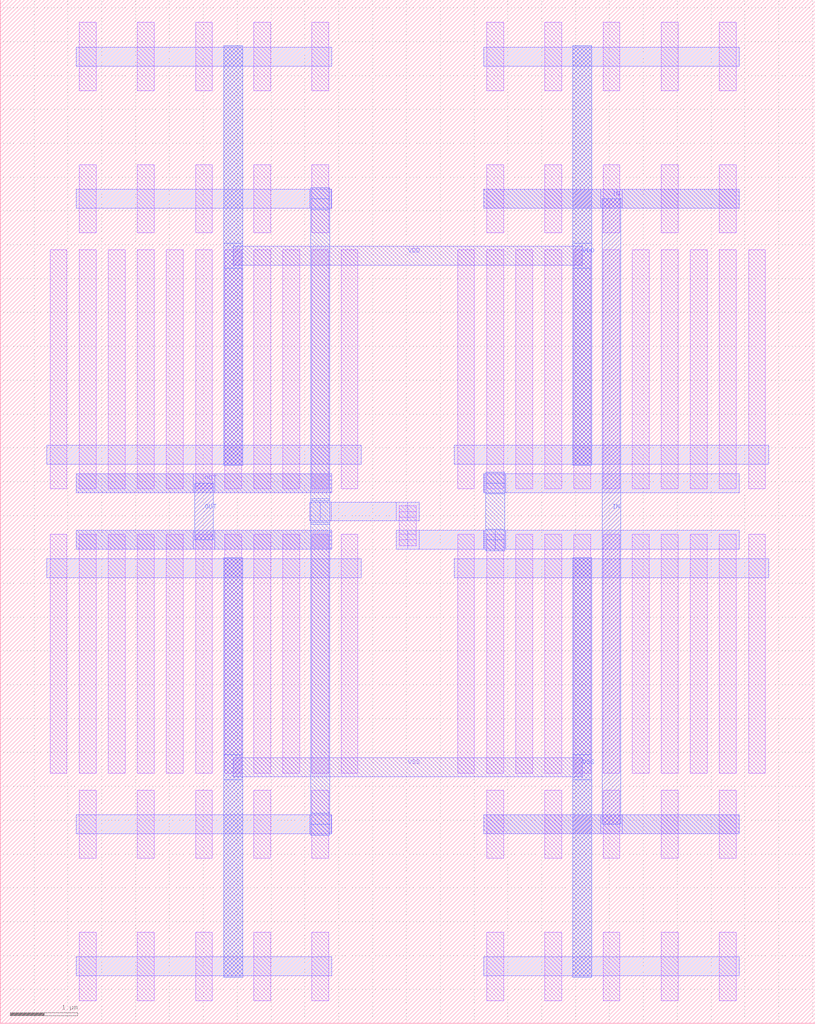
<source format=lef>
MACRO BUFFER
  ORIGIN 0 0 ;
  FOREIGN BUFFER 0 0 ;
  SIZE 12.04 BY 15.12 ;
  PIN VSS
    DIRECTION INOUT ;
    USE SIGNAL ;
    PORT 
      LAYER M3 ;
        RECT 3.3 0.68 3.58 6.88 ;
      LAYER M3 ;
        RECT 8.46 0.68 8.74 6.88 ;
      LAYER M3 ;
        RECT 3.3 3.595 3.58 3.965 ;
      LAYER M2 ;
        RECT 3.44 3.64 8.6 3.92 ;
      LAYER M3 ;
        RECT 8.46 3.595 8.74 3.965 ;
    END
  END VSS
  PIN VDD
    DIRECTION INOUT ;
    USE SIGNAL ;
    PORT 
      LAYER M3 ;
        RECT 3.3 8.24 3.58 14.44 ;
      LAYER M3 ;
        RECT 8.46 8.24 8.74 14.44 ;
      LAYER M3 ;
        RECT 3.3 11.155 3.58 11.525 ;
      LAYER M2 ;
        RECT 3.44 11.2 8.6 11.48 ;
      LAYER M3 ;
        RECT 8.46 11.155 8.74 11.525 ;
    END
  END VDD
  PIN IN
    DIRECTION INOUT ;
    USE SIGNAL ;
    PORT 
      LAYER M2 ;
        RECT 7.14 2.8 10.92 3.08 ;
      LAYER M2 ;
        RECT 7.14 12.04 10.92 12.32 ;
      LAYER M2 ;
        RECT 8.87 2.8 9.19 3.08 ;
      LAYER M3 ;
        RECT 8.89 2.94 9.17 12.18 ;
      LAYER M2 ;
        RECT 8.87 12.04 9.19 12.32 ;
    END
  END IN
  PIN OUT
    DIRECTION INOUT ;
    USE SIGNAL ;
    PORT 
      LAYER M2 ;
        RECT 1.12 7 4.9 7.28 ;
      LAYER M2 ;
        RECT 1.12 7.84 4.9 8.12 ;
      LAYER M2 ;
        RECT 2.85 7 3.17 7.28 ;
      LAYER M3 ;
        RECT 2.87 7.14 3.15 7.98 ;
      LAYER M2 ;
        RECT 2.85 7.84 3.17 8.12 ;
    END
  END OUT
  OBS 
  LAYER M2 ;
        RECT 1.12 2.8 4.9 3.08 ;
  LAYER M2 ;
        RECT 1.12 12.04 4.9 12.32 ;
  LAYER M2 ;
        RECT 7.14 7 10.92 7.28 ;
  LAYER M2 ;
        RECT 7.14 7.84 10.92 8.12 ;
  LAYER M2 ;
        RECT 4.57 2.8 4.89 3.08 ;
  LAYER M3 ;
        RECT 4.59 2.94 4.87 12.18 ;
  LAYER M2 ;
        RECT 4.57 12.04 4.89 12.32 ;
  LAYER M3 ;
        RECT 4.59 7.375 4.87 7.745 ;
  LAYER M2 ;
        RECT 4.73 7.42 6.02 7.7 ;
  LAYER M1 ;
        RECT 5.895 7.14 6.145 7.56 ;
  LAYER M2 ;
        RECT 6.02 7 7.31 7.28 ;
  LAYER M2 ;
        RECT 7.15 7 7.47 7.28 ;
  LAYER M3 ;
        RECT 7.17 7.14 7.45 7.98 ;
  LAYER M2 ;
        RECT 7.15 7.84 7.47 8.12 ;
  LAYER M2 ;
        RECT 4.57 2.8 4.89 3.08 ;
  LAYER M3 ;
        RECT 4.59 2.78 4.87 3.1 ;
  LAYER M2 ;
        RECT 4.57 12.04 4.89 12.32 ;
  LAYER M3 ;
        RECT 4.59 12.02 4.87 12.34 ;
  LAYER M2 ;
        RECT 4.57 2.8 4.89 3.08 ;
  LAYER M3 ;
        RECT 4.59 2.78 4.87 3.1 ;
  LAYER M2 ;
        RECT 4.57 12.04 4.89 12.32 ;
  LAYER M3 ;
        RECT 4.59 12.02 4.87 12.34 ;
  LAYER M1 ;
        RECT 5.895 7.055 6.145 7.225 ;
  LAYER M2 ;
        RECT 5.85 7 6.19 7.28 ;
  LAYER M1 ;
        RECT 5.895 7.475 6.145 7.645 ;
  LAYER M2 ;
        RECT 5.85 7.42 6.19 7.7 ;
  LAYER M2 ;
        RECT 4.57 2.8 4.89 3.08 ;
  LAYER M3 ;
        RECT 4.59 2.78 4.87 3.1 ;
  LAYER M2 ;
        RECT 4.57 7.42 4.89 7.7 ;
  LAYER M3 ;
        RECT 4.59 7.4 4.87 7.72 ;
  LAYER M2 ;
        RECT 4.57 12.04 4.89 12.32 ;
  LAYER M3 ;
        RECT 4.59 12.02 4.87 12.34 ;
  LAYER M1 ;
        RECT 5.895 7.055 6.145 7.225 ;
  LAYER M2 ;
        RECT 5.85 7 6.19 7.28 ;
  LAYER M1 ;
        RECT 5.895 7.475 6.145 7.645 ;
  LAYER M2 ;
        RECT 5.85 7.42 6.19 7.7 ;
  LAYER M2 ;
        RECT 4.57 2.8 4.89 3.08 ;
  LAYER M3 ;
        RECT 4.59 2.78 4.87 3.1 ;
  LAYER M2 ;
        RECT 4.57 7.42 4.89 7.7 ;
  LAYER M3 ;
        RECT 4.59 7.4 4.87 7.72 ;
  LAYER M2 ;
        RECT 4.57 12.04 4.89 12.32 ;
  LAYER M3 ;
        RECT 4.59 12.02 4.87 12.34 ;
  LAYER M1 ;
        RECT 5.895 7.055 6.145 7.225 ;
  LAYER M2 ;
        RECT 5.85 7 6.19 7.28 ;
  LAYER M1 ;
        RECT 5.895 7.475 6.145 7.645 ;
  LAYER M2 ;
        RECT 5.85 7.42 6.19 7.7 ;
  LAYER M2 ;
        RECT 4.57 2.8 4.89 3.08 ;
  LAYER M3 ;
        RECT 4.59 2.78 4.87 3.1 ;
  LAYER M2 ;
        RECT 4.57 7.42 4.89 7.7 ;
  LAYER M3 ;
        RECT 4.59 7.4 4.87 7.72 ;
  LAYER M2 ;
        RECT 4.57 12.04 4.89 12.32 ;
  LAYER M3 ;
        RECT 4.59 12.02 4.87 12.34 ;
  LAYER M2 ;
        RECT 7.15 7 7.47 7.28 ;
  LAYER M3 ;
        RECT 7.17 6.98 7.45 7.3 ;
  LAYER M2 ;
        RECT 7.15 7.84 7.47 8.12 ;
  LAYER M3 ;
        RECT 7.17 7.82 7.45 8.14 ;
  LAYER M1 ;
        RECT 5.895 7.055 6.145 7.225 ;
  LAYER M2 ;
        RECT 5.85 7 6.19 7.28 ;
  LAYER M1 ;
        RECT 5.895 7.475 6.145 7.645 ;
  LAYER M2 ;
        RECT 5.85 7.42 6.19 7.7 ;
  LAYER M2 ;
        RECT 4.57 2.8 4.89 3.08 ;
  LAYER M3 ;
        RECT 4.59 2.78 4.87 3.1 ;
  LAYER M2 ;
        RECT 4.57 7.42 4.89 7.7 ;
  LAYER M3 ;
        RECT 4.59 7.4 4.87 7.72 ;
  LAYER M2 ;
        RECT 4.57 12.04 4.89 12.32 ;
  LAYER M3 ;
        RECT 4.59 12.02 4.87 12.34 ;
  LAYER M2 ;
        RECT 7.15 7 7.47 7.28 ;
  LAYER M3 ;
        RECT 7.17 6.98 7.45 7.3 ;
  LAYER M2 ;
        RECT 7.15 7.84 7.47 8.12 ;
  LAYER M3 ;
        RECT 7.17 7.82 7.45 8.14 ;
  LAYER M1 ;
        RECT 10.625 3.695 10.875 7.225 ;
  LAYER M1 ;
        RECT 10.625 2.435 10.875 3.445 ;
  LAYER M1 ;
        RECT 10.625 0.335 10.875 1.345 ;
  LAYER M1 ;
        RECT 11.055 3.695 11.305 7.225 ;
  LAYER M1 ;
        RECT 10.195 3.695 10.445 7.225 ;
  LAYER M1 ;
        RECT 9.765 3.695 10.015 7.225 ;
  LAYER M1 ;
        RECT 9.765 2.435 10.015 3.445 ;
  LAYER M1 ;
        RECT 9.765 0.335 10.015 1.345 ;
  LAYER M1 ;
        RECT 9.335 3.695 9.585 7.225 ;
  LAYER M1 ;
        RECT 8.905 3.695 9.155 7.225 ;
  LAYER M1 ;
        RECT 8.905 2.435 9.155 3.445 ;
  LAYER M1 ;
        RECT 8.905 0.335 9.155 1.345 ;
  LAYER M1 ;
        RECT 8.475 3.695 8.725 7.225 ;
  LAYER M1 ;
        RECT 8.045 3.695 8.295 7.225 ;
  LAYER M1 ;
        RECT 8.045 2.435 8.295 3.445 ;
  LAYER M1 ;
        RECT 8.045 0.335 8.295 1.345 ;
  LAYER M1 ;
        RECT 7.615 3.695 7.865 7.225 ;
  LAYER M1 ;
        RECT 7.185 3.695 7.435 7.225 ;
  LAYER M1 ;
        RECT 7.185 2.435 7.435 3.445 ;
  LAYER M1 ;
        RECT 7.185 0.335 7.435 1.345 ;
  LAYER M1 ;
        RECT 6.755 3.695 7.005 7.225 ;
  LAYER M2 ;
        RECT 6.71 6.58 11.35 6.86 ;
  LAYER M2 ;
        RECT 7.14 0.7 10.92 0.98 ;
  LAYER M2 ;
        RECT 7.14 7 10.92 7.28 ;
  LAYER M2 ;
        RECT 7.14 2.8 10.92 3.08 ;
  LAYER M3 ;
        RECT 8.46 0.68 8.74 6.88 ;
  LAYER M1 ;
        RECT 1.165 3.695 1.415 7.225 ;
  LAYER M1 ;
        RECT 1.165 2.435 1.415 3.445 ;
  LAYER M1 ;
        RECT 1.165 0.335 1.415 1.345 ;
  LAYER M1 ;
        RECT 0.735 3.695 0.985 7.225 ;
  LAYER M1 ;
        RECT 1.595 3.695 1.845 7.225 ;
  LAYER M1 ;
        RECT 2.025 3.695 2.275 7.225 ;
  LAYER M1 ;
        RECT 2.025 2.435 2.275 3.445 ;
  LAYER M1 ;
        RECT 2.025 0.335 2.275 1.345 ;
  LAYER M1 ;
        RECT 2.455 3.695 2.705 7.225 ;
  LAYER M1 ;
        RECT 2.885 3.695 3.135 7.225 ;
  LAYER M1 ;
        RECT 2.885 2.435 3.135 3.445 ;
  LAYER M1 ;
        RECT 2.885 0.335 3.135 1.345 ;
  LAYER M1 ;
        RECT 3.315 3.695 3.565 7.225 ;
  LAYER M1 ;
        RECT 3.745 3.695 3.995 7.225 ;
  LAYER M1 ;
        RECT 3.745 2.435 3.995 3.445 ;
  LAYER M1 ;
        RECT 3.745 0.335 3.995 1.345 ;
  LAYER M1 ;
        RECT 4.175 3.695 4.425 7.225 ;
  LAYER M1 ;
        RECT 4.605 3.695 4.855 7.225 ;
  LAYER M1 ;
        RECT 4.605 2.435 4.855 3.445 ;
  LAYER M1 ;
        RECT 4.605 0.335 4.855 1.345 ;
  LAYER M1 ;
        RECT 5.035 3.695 5.285 7.225 ;
  LAYER M2 ;
        RECT 0.69 6.58 5.33 6.86 ;
  LAYER M2 ;
        RECT 1.12 0.7 4.9 0.98 ;
  LAYER M2 ;
        RECT 1.12 7 4.9 7.28 ;
  LAYER M2 ;
        RECT 1.12 2.8 4.9 3.08 ;
  LAYER M3 ;
        RECT 3.3 0.68 3.58 6.88 ;
  LAYER M1 ;
        RECT 10.625 7.895 10.875 11.425 ;
  LAYER M1 ;
        RECT 10.625 11.675 10.875 12.685 ;
  LAYER M1 ;
        RECT 10.625 13.775 10.875 14.785 ;
  LAYER M1 ;
        RECT 11.055 7.895 11.305 11.425 ;
  LAYER M1 ;
        RECT 10.195 7.895 10.445 11.425 ;
  LAYER M1 ;
        RECT 9.765 7.895 10.015 11.425 ;
  LAYER M1 ;
        RECT 9.765 11.675 10.015 12.685 ;
  LAYER M1 ;
        RECT 9.765 13.775 10.015 14.785 ;
  LAYER M1 ;
        RECT 9.335 7.895 9.585 11.425 ;
  LAYER M1 ;
        RECT 8.905 7.895 9.155 11.425 ;
  LAYER M1 ;
        RECT 8.905 11.675 9.155 12.685 ;
  LAYER M1 ;
        RECT 8.905 13.775 9.155 14.785 ;
  LAYER M1 ;
        RECT 8.475 7.895 8.725 11.425 ;
  LAYER M1 ;
        RECT 8.045 7.895 8.295 11.425 ;
  LAYER M1 ;
        RECT 8.045 11.675 8.295 12.685 ;
  LAYER M1 ;
        RECT 8.045 13.775 8.295 14.785 ;
  LAYER M1 ;
        RECT 7.615 7.895 7.865 11.425 ;
  LAYER M1 ;
        RECT 7.185 7.895 7.435 11.425 ;
  LAYER M1 ;
        RECT 7.185 11.675 7.435 12.685 ;
  LAYER M1 ;
        RECT 7.185 13.775 7.435 14.785 ;
  LAYER M1 ;
        RECT 6.755 7.895 7.005 11.425 ;
  LAYER M2 ;
        RECT 6.71 8.26 11.35 8.54 ;
  LAYER M2 ;
        RECT 7.14 14.14 10.92 14.42 ;
  LAYER M2 ;
        RECT 7.14 7.84 10.92 8.12 ;
  LAYER M2 ;
        RECT 7.14 12.04 10.92 12.32 ;
  LAYER M3 ;
        RECT 8.46 8.24 8.74 14.44 ;
  LAYER M1 ;
        RECT 1.165 7.895 1.415 11.425 ;
  LAYER M1 ;
        RECT 1.165 11.675 1.415 12.685 ;
  LAYER M1 ;
        RECT 1.165 13.775 1.415 14.785 ;
  LAYER M1 ;
        RECT 0.735 7.895 0.985 11.425 ;
  LAYER M1 ;
        RECT 1.595 7.895 1.845 11.425 ;
  LAYER M1 ;
        RECT 2.025 7.895 2.275 11.425 ;
  LAYER M1 ;
        RECT 2.025 11.675 2.275 12.685 ;
  LAYER M1 ;
        RECT 2.025 13.775 2.275 14.785 ;
  LAYER M1 ;
        RECT 2.455 7.895 2.705 11.425 ;
  LAYER M1 ;
        RECT 2.885 7.895 3.135 11.425 ;
  LAYER M1 ;
        RECT 2.885 11.675 3.135 12.685 ;
  LAYER M1 ;
        RECT 2.885 13.775 3.135 14.785 ;
  LAYER M1 ;
        RECT 3.315 7.895 3.565 11.425 ;
  LAYER M1 ;
        RECT 3.745 7.895 3.995 11.425 ;
  LAYER M1 ;
        RECT 3.745 11.675 3.995 12.685 ;
  LAYER M1 ;
        RECT 3.745 13.775 3.995 14.785 ;
  LAYER M1 ;
        RECT 4.175 7.895 4.425 11.425 ;
  LAYER M1 ;
        RECT 4.605 7.895 4.855 11.425 ;
  LAYER M1 ;
        RECT 4.605 11.675 4.855 12.685 ;
  LAYER M1 ;
        RECT 4.605 13.775 4.855 14.785 ;
  LAYER M1 ;
        RECT 5.035 7.895 5.285 11.425 ;
  LAYER M2 ;
        RECT 0.69 8.26 5.33 8.54 ;
  LAYER M2 ;
        RECT 1.12 14.14 4.9 14.42 ;
  LAYER M2 ;
        RECT 1.12 7.84 4.9 8.12 ;
  LAYER M2 ;
        RECT 1.12 12.04 4.9 12.32 ;
  LAYER M3 ;
        RECT 3.3 8.24 3.58 14.44 ;
  END 
END BUFFER

</source>
